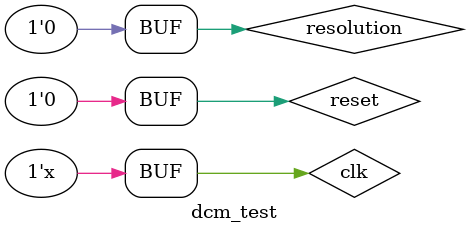
<source format=v>
`timescale 1ns / 1ps


module dcm_test;

	// Inputs
	reg reset;
	reg clk;
	reg resolution;

	// Outputs
	wire slowclk;
	wire hs;
	wire vs;
	wire [10:0] hcount;
	wire [10:0] vcount;

	// Instantiate the Unit Under Test (UUT)
	vgactrl uut (
		.slowclk(slowclk), 
		.reset(reset), 
		.clk(clk), 
		.resolution(resolution), 
		.hs(hs), 
		.vs(vs), 
		.hcount(hcount), 
		.vcount(vcount)
	);

	always
		#10 clk = ~clk;

	initial begin
		// Initialize Inputs
		reset = 1;
		clk = 0;
		resolution = 0;

		// Wait 100 ns for global reset to finish
		#100;
		
		reset = 0;

	end
      
endmodule


</source>
